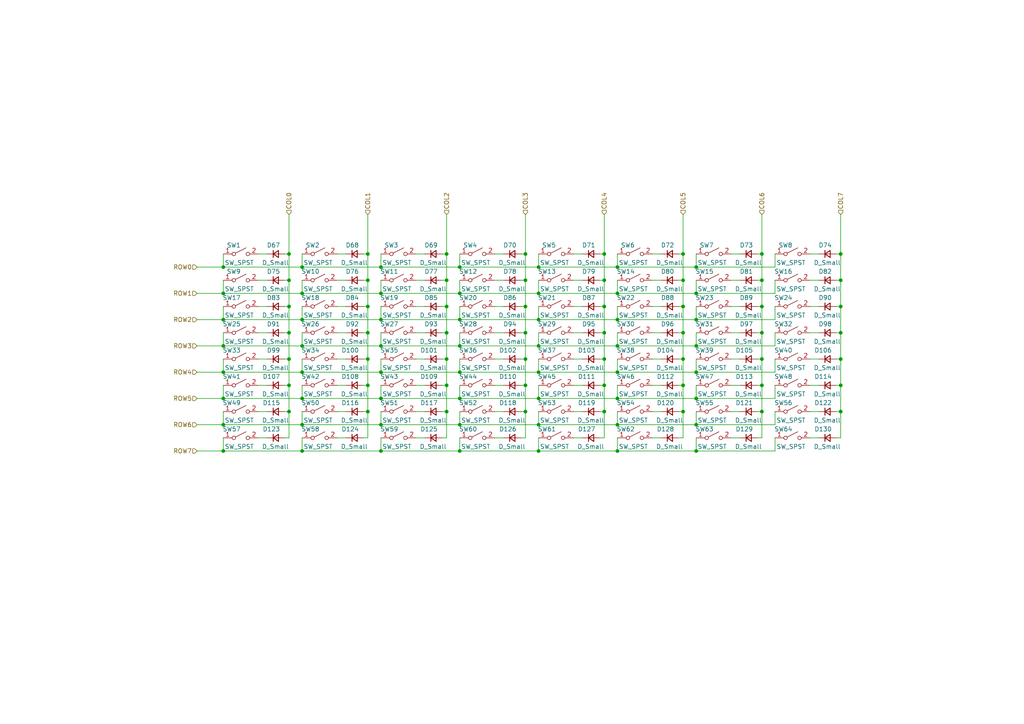
<source format=kicad_sch>
(kicad_sch (version 20211123) (generator eeschema)
  (paper "A4")
  (junction (at 179.07 130.81))
  (junction (at 179.07 100.33))
  (junction (at 220.98 73.66))
  (junction (at 129.54 81.28))
  (junction (at 156.21 92.71))
  (junction (at 243.84 119.38))
  (junction (at 198.12 96.52))
  (junction (at 198.12 88.9))
  (junction (at 201.93 115.57))
  (junction (at 83.82 96.52))
  (junction (at 243.84 104.14))
  (junction (at 220.98 88.9))
  (junction (at 198.12 111.76))
  (junction (at 110.49 77.47))
  (junction (at 220.98 96.52))
  (junction (at 64.77 100.33))
  (junction (at 87.63 92.71))
  (junction (at 198.12 119.38))
  (junction (at 243.84 111.76))
  (junction (at 179.07 107.95))
  (junction (at 175.26 73.66))
  (junction (at 64.77 130.81))
  (junction (at 83.82 104.14))
  (junction (at 106.68 73.66))
  (junction (at 156.21 130.81))
  (junction (at 64.77 85.09))
  (junction (at 133.35 77.47))
  (junction (at 152.4 111.76))
  (junction (at 110.49 123.19))
  (junction (at 152.4 119.38))
  (junction (at 156.21 123.19))
  (junction (at 106.68 111.76))
  (junction (at 220.98 111.76))
  (junction (at 175.26 104.14))
  (junction (at 220.98 81.28))
  (junction (at 110.49 100.33))
  (junction (at 87.63 107.95))
  (junction (at 87.63 115.57))
  (junction (at 83.82 81.28))
  (junction (at 152.4 81.28))
  (junction (at 201.93 92.71))
  (junction (at 83.82 88.9))
  (junction (at 110.49 115.57))
  (junction (at 175.26 111.76))
  (junction (at 156.21 77.47))
  (junction (at 179.07 92.71))
  (junction (at 87.63 85.09))
  (junction (at 110.49 85.09))
  (junction (at 106.68 81.28))
  (junction (at 156.21 100.33))
  (junction (at 64.77 115.57))
  (junction (at 152.4 88.9))
  (junction (at 175.26 81.28))
  (junction (at 175.26 88.9))
  (junction (at 156.21 115.57))
  (junction (at 106.68 119.38))
  (junction (at 175.26 96.52))
  (junction (at 106.68 96.52))
  (junction (at 152.4 73.66))
  (junction (at 133.35 85.09))
  (junction (at 201.93 130.81))
  (junction (at 201.93 100.33))
  (junction (at 106.68 104.14))
  (junction (at 243.84 81.28))
  (junction (at 110.49 92.71))
  (junction (at 133.35 92.71))
  (junction (at 133.35 115.57))
  (junction (at 243.84 96.52))
  (junction (at 133.35 107.95))
  (junction (at 201.93 85.09))
  (junction (at 152.4 104.14))
  (junction (at 220.98 119.38))
  (junction (at 87.63 123.19))
  (junction (at 220.98 104.14))
  (junction (at 64.77 107.95))
  (junction (at 83.82 73.66))
  (junction (at 106.68 88.9))
  (junction (at 133.35 130.81))
  (junction (at 64.77 77.47))
  (junction (at 198.12 73.66))
  (junction (at 156.21 107.95))
  (junction (at 83.82 111.76))
  (junction (at 129.54 96.52))
  (junction (at 87.63 130.81))
  (junction (at 110.49 107.95))
  (junction (at 64.77 92.71))
  (junction (at 201.93 123.19))
  (junction (at 110.49 130.81))
  (junction (at 129.54 73.66))
  (junction (at 179.07 85.09))
  (junction (at 83.82 119.38))
  (junction (at 156.21 85.09))
  (junction (at 198.12 81.28))
  (junction (at 64.77 123.19))
  (junction (at 87.63 77.47))
  (junction (at 179.07 115.57))
  (junction (at 129.54 111.76))
  (junction (at 201.93 107.95))
  (junction (at 129.54 88.9))
  (junction (at 243.84 88.9))
  (junction (at 179.07 123.19))
  (junction (at 243.84 73.66))
  (junction (at 198.12 104.14))
  (junction (at 133.35 100.33))
  (junction (at 129.54 119.38))
  (junction (at 152.4 96.52))
  (junction (at 87.63 100.33))
  (junction (at 133.35 123.19))
  (junction (at 179.07 77.47))
  (junction (at 201.93 77.47))
  (junction (at 175.26 119.38))
  (junction (at 129.54 104.14))
  (wire (pts (xy 173.99 88.9) (xy 175.26 88.9)))
  (wire (pts (xy 224.79 96.52) (xy 224.79 100.33)))
  (wire (pts (xy 243.84 127) (xy 242.57 127)))
  (wire (pts (xy 201.93 85.09) (xy 224.79 85.09)))
  (wire (pts (xy 146.05 111.76) (xy 143.51 111.76)))
  (wire (pts (xy 64.77 127) (xy 64.77 130.81)))
  (wire (pts (xy 133.35 111.76) (xy 133.35 115.57)))
  (wire (pts (xy 64.77 100.33) (xy 87.63 100.33)))
  (wire (pts (xy 151.13 73.66) (xy 152.4 73.66)))
  (wire (pts (xy 57.15 77.47) (xy 64.77 77.47)))
  (wire (pts (xy 201.93 127) (xy 201.93 130.81)))
  (wire (pts (xy 100.33 111.76) (xy 97.79 111.76)))
  (wire (pts (xy 64.77 88.9) (xy 64.77 92.71)))
  (wire (pts (xy 191.77 81.28) (xy 189.23 81.28)))
  (wire (pts (xy 100.33 127) (xy 97.79 127)))
  (wire (pts (xy 129.54 127) (xy 128.27 127)))
  (wire (pts (xy 105.41 96.52) (xy 106.68 96.52)))
  (wire (pts (xy 243.84 104.14) (xy 243.84 111.76)))
  (wire (pts (xy 201.93 107.95) (xy 224.79 107.95)))
  (wire (pts (xy 179.07 111.76) (xy 179.07 115.57)))
  (wire (pts (xy 64.77 115.57) (xy 87.63 115.57)))
  (wire (pts (xy 133.35 85.09) (xy 156.21 85.09)))
  (wire (pts (xy 82.55 96.52) (xy 83.82 96.52)))
  (wire (pts (xy 133.35 100.33) (xy 156.21 100.33)))
  (wire (pts (xy 152.4 96.52) (xy 152.4 104.14)))
  (wire (pts (xy 106.68 88.9) (xy 106.68 96.52)))
  (wire (pts (xy 237.49 119.38) (xy 234.95 119.38)))
  (wire (pts (xy 242.57 73.66) (xy 243.84 73.66)))
  (wire (pts (xy 173.99 96.52) (xy 175.26 96.52)))
  (wire (pts (xy 87.63 88.9) (xy 87.63 92.71)))
  (wire (pts (xy 173.99 104.14) (xy 175.26 104.14)))
  (wire (pts (xy 152.4 81.28) (xy 152.4 88.9)))
  (wire (pts (xy 196.85 104.14) (xy 198.12 104.14)))
  (wire (pts (xy 243.84 111.76) (xy 243.84 119.38)))
  (wire (pts (xy 237.49 73.66) (xy 234.95 73.66)))
  (wire (pts (xy 220.98 104.14) (xy 220.98 111.76)))
  (wire (pts (xy 87.63 100.33) (xy 110.49 100.33)))
  (wire (pts (xy 87.63 73.66) (xy 87.63 77.47)))
  (wire (pts (xy 110.49 107.95) (xy 133.35 107.95)))
  (wire (pts (xy 214.63 119.38) (xy 212.09 119.38)))
  (wire (pts (xy 77.47 127) (xy 74.93 127)))
  (wire (pts (xy 220.98 127) (xy 219.71 127)))
  (wire (pts (xy 201.93 104.14) (xy 201.93 107.95)))
  (wire (pts (xy 87.63 92.71) (xy 110.49 92.71)))
  (wire (pts (xy 64.77 130.81) (xy 87.63 130.81)))
  (wire (pts (xy 151.13 119.38) (xy 152.4 119.38)))
  (wire (pts (xy 179.07 77.47) (xy 201.93 77.47)))
  (wire (pts (xy 243.84 96.52) (xy 243.84 104.14)))
  (wire (pts (xy 156.21 127) (xy 156.21 130.81)))
  (wire (pts (xy 214.63 81.28) (xy 212.09 81.28)))
  (wire (pts (xy 151.13 81.28) (xy 152.4 81.28)))
  (wire (pts (xy 129.54 81.28) (xy 129.54 88.9)))
  (wire (pts (xy 198.12 104.14) (xy 198.12 111.76)))
  (wire (pts (xy 110.49 123.19) (xy 133.35 123.19)))
  (wire (pts (xy 224.79 127) (xy 224.79 130.81)))
  (wire (pts (xy 175.26 111.76) (xy 175.26 119.38)))
  (wire (pts (xy 173.99 73.66) (xy 175.26 73.66)))
  (wire (pts (xy 224.79 88.9) (xy 224.79 92.71)))
  (wire (pts (xy 133.35 107.95) (xy 156.21 107.95)))
  (wire (pts (xy 191.77 88.9) (xy 189.23 88.9)))
  (wire (pts (xy 156.21 115.57) (xy 179.07 115.57)))
  (wire (pts (xy 237.49 104.14) (xy 234.95 104.14)))
  (wire (pts (xy 201.93 111.76) (xy 201.93 115.57)))
  (wire (pts (xy 220.98 119.38) (xy 220.98 127)))
  (wire (pts (xy 242.57 119.38) (xy 243.84 119.38)))
  (wire (pts (xy 110.49 104.14) (xy 110.49 107.95)))
  (wire (pts (xy 146.05 119.38) (xy 143.51 119.38)))
  (wire (pts (xy 123.19 119.38) (xy 120.65 119.38)))
  (wire (pts (xy 146.05 73.66) (xy 143.51 73.66)))
  (wire (pts (xy 156.21 81.28) (xy 156.21 85.09)))
  (wire (pts (xy 82.55 111.76) (xy 83.82 111.76)))
  (wire (pts (xy 237.49 127) (xy 234.95 127)))
  (wire (pts (xy 179.07 127) (xy 179.07 130.81)))
  (wire (pts (xy 87.63 119.38) (xy 87.63 123.19)))
  (wire (pts (xy 220.98 96.52) (xy 220.98 104.14)))
  (wire (pts (xy 198.12 88.9) (xy 198.12 96.52)))
  (wire (pts (xy 128.27 88.9) (xy 129.54 88.9)))
  (wire (pts (xy 173.99 111.76) (xy 175.26 111.76)))
  (wire (pts (xy 110.49 96.52) (xy 110.49 100.33)))
  (wire (pts (xy 133.35 123.19) (xy 156.21 123.19)))
  (wire (pts (xy 82.55 104.14) (xy 83.82 104.14)))
  (wire (pts (xy 242.57 96.52) (xy 243.84 96.52)))
  (wire (pts (xy 110.49 85.09) (xy 133.35 85.09)))
  (wire (pts (xy 156.21 77.47) (xy 179.07 77.47)))
  (wire (pts (xy 133.35 81.28) (xy 133.35 85.09)))
  (wire (pts (xy 214.63 88.9) (xy 212.09 88.9)))
  (wire (pts (xy 133.35 127) (xy 133.35 130.81)))
  (wire (pts (xy 168.91 81.28) (xy 166.37 81.28)))
  (wire (pts (xy 156.21 130.81) (xy 179.07 130.81)))
  (wire (pts (xy 105.41 111.76) (xy 106.68 111.76)))
  (wire (pts (xy 198.12 62.23) (xy 198.12 73.66)))
  (wire (pts (xy 87.63 111.76) (xy 87.63 115.57)))
  (wire (pts (xy 242.57 111.76) (xy 243.84 111.76)))
  (wire (pts (xy 198.12 127) (xy 196.85 127)))
  (wire (pts (xy 198.12 96.52) (xy 198.12 104.14)))
  (wire (pts (xy 242.57 88.9) (xy 243.84 88.9)))
  (wire (pts (xy 168.91 96.52) (xy 166.37 96.52)))
  (wire (pts (xy 82.55 88.9) (xy 83.82 88.9)))
  (wire (pts (xy 105.41 119.38) (xy 106.68 119.38)))
  (wire (pts (xy 201.93 100.33) (xy 224.79 100.33)))
  (wire (pts (xy 106.68 62.23) (xy 106.68 73.66)))
  (wire (pts (xy 133.35 92.71) (xy 156.21 92.71)))
  (wire (pts (xy 243.84 73.66) (xy 243.84 81.28)))
  (wire (pts (xy 105.41 88.9) (xy 106.68 88.9)))
  (wire (pts (xy 83.82 62.23) (xy 83.82 73.66)))
  (wire (pts (xy 191.77 96.52) (xy 189.23 96.52)))
  (wire (pts (xy 243.84 119.38) (xy 243.84 127)))
  (wire (pts (xy 82.55 73.66) (xy 83.82 73.66)))
  (wire (pts (xy 242.57 81.28) (xy 243.84 81.28)))
  (wire (pts (xy 179.07 85.09) (xy 201.93 85.09)))
  (wire (pts (xy 224.79 119.38) (xy 224.79 123.19)))
  (wire (pts (xy 243.84 62.23) (xy 243.84 73.66)))
  (wire (pts (xy 152.4 127) (xy 151.13 127)))
  (wire (pts (xy 179.07 100.33) (xy 201.93 100.33)))
  (wire (pts (xy 64.77 96.52) (xy 64.77 100.33)))
  (wire (pts (xy 123.19 73.66) (xy 120.65 73.66)))
  (wire (pts (xy 110.49 111.76) (xy 110.49 115.57)))
  (wire (pts (xy 175.26 62.23) (xy 175.26 73.66)))
  (wire (pts (xy 57.15 115.57) (xy 64.77 115.57)))
  (wire (pts (xy 156.21 119.38) (xy 156.21 123.19)))
  (wire (pts (xy 156.21 100.33) (xy 179.07 100.33)))
  (wire (pts (xy 100.33 81.28) (xy 97.79 81.28)))
  (wire (pts (xy 220.98 88.9) (xy 220.98 96.52)))
  (wire (pts (xy 179.07 107.95) (xy 201.93 107.95)))
  (wire (pts (xy 105.41 81.28) (xy 106.68 81.28)))
  (wire (pts (xy 106.68 127) (xy 105.41 127)))
  (wire (pts (xy 146.05 127) (xy 143.51 127)))
  (wire (pts (xy 83.82 104.14) (xy 83.82 111.76)))
  (wire (pts (xy 220.98 73.66) (xy 220.98 81.28)))
  (wire (pts (xy 214.63 104.14) (xy 212.09 104.14)))
  (wire (pts (xy 105.41 104.14) (xy 106.68 104.14)))
  (wire (pts (xy 123.19 104.14) (xy 120.65 104.14)))
  (wire (pts (xy 151.13 111.76) (xy 152.4 111.76)))
  (wire (pts (xy 152.4 119.38) (xy 152.4 127)))
  (wire (pts (xy 128.27 81.28) (xy 129.54 81.28)))
  (wire (pts (xy 146.05 88.9) (xy 143.51 88.9)))
  (wire (pts (xy 191.77 111.76) (xy 189.23 111.76)))
  (wire (pts (xy 129.54 96.52) (xy 129.54 104.14)))
  (wire (pts (xy 87.63 85.09) (xy 110.49 85.09)))
  (wire (pts (xy 146.05 81.28) (xy 143.51 81.28)))
  (wire (pts (xy 191.77 104.14) (xy 189.23 104.14)))
  (wire (pts (xy 106.68 111.76) (xy 106.68 119.38)))
  (wire (pts (xy 175.26 104.14) (xy 175.26 111.76)))
  (wire (pts (xy 87.63 77.47) (xy 110.49 77.47)))
  (wire (pts (xy 201.93 81.28) (xy 201.93 85.09)))
  (wire (pts (xy 83.82 119.38) (xy 83.82 127)))
  (wire (pts (xy 243.84 88.9) (xy 243.84 96.52)))
  (wire (pts (xy 168.91 127) (xy 166.37 127)))
  (wire (pts (xy 196.85 88.9) (xy 198.12 88.9)))
  (wire (pts (xy 168.91 104.14) (xy 166.37 104.14)))
  (wire (pts (xy 129.54 73.66) (xy 129.54 81.28)))
  (wire (pts (xy 110.49 92.71) (xy 133.35 92.71)))
  (wire (pts (xy 128.27 104.14) (xy 129.54 104.14)))
  (wire (pts (xy 196.85 81.28) (xy 198.12 81.28)))
  (wire (pts (xy 152.4 62.23) (xy 152.4 73.66)))
  (wire (pts (xy 57.15 92.71) (xy 64.77 92.71)))
  (wire (pts (xy 64.77 123.19) (xy 87.63 123.19)))
  (wire (pts (xy 175.26 119.38) (xy 175.26 127)))
  (wire (pts (xy 214.63 96.52) (xy 212.09 96.52)))
  (wire (pts (xy 129.54 104.14) (xy 129.54 111.76)))
  (wire (pts (xy 156.21 107.95) (xy 179.07 107.95)))
  (wire (pts (xy 146.05 104.14) (xy 143.51 104.14)))
  (wire (pts (xy 220.98 62.23) (xy 220.98 73.66)))
  (wire (pts (xy 179.07 96.52) (xy 179.07 100.33)))
  (wire (pts (xy 179.07 119.38) (xy 179.07 123.19)))
  (wire (pts (xy 128.27 96.52) (xy 129.54 96.52)))
  (wire (pts (xy 168.91 111.76) (xy 166.37 111.76)))
  (wire (pts (xy 219.71 73.66) (xy 220.98 73.66)))
  (wire (pts (xy 146.05 96.52) (xy 143.51 96.52)))
  (wire (pts (xy 87.63 96.52) (xy 87.63 100.33)))
  (wire (pts (xy 152.4 88.9) (xy 152.4 96.52)))
  (wire (pts (xy 219.71 119.38) (xy 220.98 119.38)))
  (wire (pts (xy 57.15 130.81) (xy 64.77 130.81)))
  (wire (pts (xy 179.07 88.9) (xy 179.07 92.71)))
  (wire (pts (xy 105.41 73.66) (xy 106.68 73.66)))
  (wire (pts (xy 100.33 96.52) (xy 97.79 96.52)))
  (wire (pts (xy 191.77 127) (xy 189.23 127)))
  (wire (pts (xy 87.63 81.28) (xy 87.63 85.09)))
  (wire (pts (xy 196.85 119.38) (xy 198.12 119.38)))
  (wire (pts (xy 83.82 81.28) (xy 83.82 88.9)))
  (wire (pts (xy 64.77 85.09) (xy 87.63 85.09)))
  (wire (pts (xy 110.49 77.47) (xy 133.35 77.47)))
  (wire (pts (xy 156.21 96.52) (xy 156.21 100.33)))
  (wire (pts (xy 123.19 88.9) (xy 120.65 88.9)))
  (wire (pts (xy 110.49 127) (xy 110.49 130.81)))
  (wire (pts (xy 87.63 115.57) (xy 110.49 115.57)))
  (wire (pts (xy 100.33 119.38) (xy 97.79 119.38)))
  (wire (pts (xy 106.68 73.66) (xy 106.68 81.28)))
  (wire (pts (xy 156.21 73.66) (xy 156.21 77.47)))
  (wire (pts (xy 133.35 96.52) (xy 133.35 100.33)))
  (wire (pts (xy 201.93 119.38) (xy 201.93 123.19)))
  (wire (pts (xy 128.27 119.38) (xy 129.54 119.38)))
  (wire (pts (xy 219.71 81.28) (xy 220.98 81.28)))
  (wire (pts (xy 77.47 73.66) (xy 74.93 73.66)))
  (wire (pts (xy 214.63 73.66) (xy 212.09 73.66)))
  (wire (pts (xy 110.49 100.33) (xy 133.35 100.33)))
  (wire (pts (xy 242.57 104.14) (xy 243.84 104.14)))
  (wire (pts (xy 237.49 111.76) (xy 234.95 111.76)))
  (wire (pts (xy 201.93 130.81) (xy 224.79 130.81)))
  (wire (pts (xy 110.49 81.28) (xy 110.49 85.09)))
  (wire (pts (xy 219.71 88.9) (xy 220.98 88.9)))
  (wire (pts (xy 77.47 81.28) (xy 74.93 81.28)))
  (wire (pts (xy 224.79 73.66) (xy 224.79 77.47)))
  (wire (pts (xy 87.63 107.95) (xy 110.49 107.95)))
  (wire (pts (xy 129.54 62.23) (xy 129.54 73.66)))
  (wire (pts (xy 64.77 107.95) (xy 87.63 107.95)))
  (wire (pts (xy 106.68 96.52) (xy 106.68 104.14)))
  (wire (pts (xy 82.55 81.28) (xy 83.82 81.28)))
  (wire (pts (xy 198.12 111.76) (xy 198.12 119.38)))
  (wire (pts (xy 156.21 88.9) (xy 156.21 92.71)))
  (wire (pts (xy 83.82 96.52) (xy 83.82 104.14)))
  (wire (pts (xy 198.12 119.38) (xy 198.12 127)))
  (wire (pts (xy 201.93 115.57) (xy 224.79 115.57)))
  (wire (pts (xy 133.35 77.47) (xy 156.21 77.47)))
  (wire (pts (xy 201.93 77.47) (xy 224.79 77.47)))
  (wire (pts (xy 237.49 88.9) (xy 234.95 88.9)))
  (wire (pts (xy 87.63 127) (xy 87.63 130.81)))
  (wire (pts (xy 175.26 127) (xy 173.99 127)))
  (wire (pts (xy 179.07 73.66) (xy 179.07 77.47)))
  (wire (pts (xy 191.77 119.38) (xy 189.23 119.38)))
  (wire (pts (xy 179.07 123.19) (xy 201.93 123.19)))
  (wire (pts (xy 224.79 81.28) (xy 224.79 85.09)))
  (wire (pts (xy 77.47 104.14) (xy 74.93 104.14)))
  (wire (pts (xy 219.71 96.52) (xy 220.98 96.52)))
  (wire (pts (xy 83.82 111.76) (xy 83.82 119.38)))
  (wire (pts (xy 133.35 104.14) (xy 133.35 107.95)))
  (wire (pts (xy 201.93 88.9) (xy 201.93 92.71)))
  (wire (pts (xy 100.33 73.66) (xy 97.79 73.66)))
  (wire (pts (xy 198.12 81.28) (xy 198.12 88.9)))
  (wire (pts (xy 173.99 81.28) (xy 175.26 81.28)))
  (wire (pts (xy 198.12 73.66) (xy 198.12 81.28)))
  (wire (pts (xy 100.33 104.14) (xy 97.79 104.14)))
  (wire (pts (xy 201.93 96.52) (xy 201.93 100.33)))
  (wire (pts (xy 151.13 104.14) (xy 152.4 104.14)))
  (wire (pts (xy 224.79 104.14) (xy 224.79 107.95)))
  (wire (pts (xy 243.84 81.28) (xy 243.84 88.9)))
  (wire (pts (xy 152.4 104.14) (xy 152.4 111.76)))
  (wire (pts (xy 64.77 73.66) (xy 64.77 77.47)))
  (wire (pts (xy 110.49 115.57) (xy 133.35 115.57)))
  (wire (pts (xy 151.13 96.52) (xy 152.4 96.52)))
  (wire (pts (xy 219.71 104.14) (xy 220.98 104.14)))
  (wire (pts (xy 133.35 119.38) (xy 133.35 123.19)))
  (wire (pts (xy 201.93 92.71) (xy 224.79 92.71)))
  (wire (pts (xy 237.49 96.52) (xy 234.95 96.52)))
  (wire (pts (xy 123.19 127) (xy 120.65 127)))
  (wire (pts (xy 175.26 96.52) (xy 175.26 104.14)))
  (wire (pts (xy 129.54 88.9) (xy 129.54 96.52)))
  (wire (pts (xy 201.93 123.19) (xy 224.79 123.19)))
  (wire (pts (xy 168.91 88.9) (xy 166.37 88.9)))
  (wire (pts (xy 156.21 123.19) (xy 179.07 123.19)))
  (wire (pts (xy 110.49 73.66) (xy 110.49 77.47)))
  (wire (pts (xy 152.4 111.76) (xy 152.4 119.38)))
  (wire (pts (xy 110.49 130.81) (xy 133.35 130.81)))
  (wire (pts (xy 123.19 111.76) (xy 120.65 111.76)))
  (wire (pts (xy 106.68 81.28) (xy 106.68 88.9)))
  (wire (pts (xy 83.82 73.66) (xy 83.82 81.28)))
  (wire (pts (xy 196.85 96.52) (xy 198.12 96.52)))
  (wire (pts (xy 82.55 119.38) (xy 83.82 119.38)))
  (wire (pts (xy 77.47 111.76) (xy 74.93 111.76)))
  (wire (pts (xy 168.91 73.66) (xy 166.37 73.66)))
  (wire (pts (xy 156.21 92.71) (xy 179.07 92.71)))
  (wire (pts (xy 87.63 104.14) (xy 87.63 107.95)))
  (wire (pts (xy 175.26 88.9) (xy 175.26 96.52)))
  (wire (pts (xy 57.15 123.19) (xy 64.77 123.19)))
  (wire (pts (xy 196.85 111.76) (xy 198.12 111.76)))
  (wire (pts (xy 83.82 88.9) (xy 83.82 96.52)))
  (wire (pts (xy 77.47 88.9) (xy 74.93 88.9)))
  (wire (pts (xy 57.15 107.95) (xy 64.77 107.95)))
  (wire (pts (xy 214.63 111.76) (xy 212.09 111.76)))
  (wire (pts (xy 129.54 111.76) (xy 129.54 119.38)))
  (wire (pts (xy 64.77 104.14) (xy 64.77 107.95)))
  (wire (pts (xy 57.15 85.09) (xy 64.77 85.09)))
  (wire (pts (xy 175.26 81.28) (xy 175.26 88.9)))
  (wire (pts (xy 77.47 119.38) (xy 74.93 119.38)))
  (wire (pts (xy 100.33 88.9) (xy 97.79 88.9)))
  (wire (pts (xy 87.63 130.81) (xy 110.49 130.81)))
  (wire (pts (xy 156.21 85.09) (xy 179.07 85.09)))
  (wire (pts (xy 123.19 81.28) (xy 120.65 81.28)))
  (wire (pts (xy 175.26 73.66) (xy 175.26 81.28)))
  (wire (pts (xy 123.19 96.52) (xy 120.65 96.52)))
  (wire (pts (xy 128.27 73.66) (xy 129.54 73.66)))
  (wire (pts (xy 179.07 104.14) (xy 179.07 107.95)))
  (wire (pts (xy 196.85 73.66) (xy 198.12 73.66)))
  (wire (pts (xy 214.63 127) (xy 212.09 127)))
  (wire (pts (xy 201.93 73.66) (xy 201.93 77.47)))
  (wire (pts (xy 179.07 115.57) (xy 201.93 115.57)))
  (wire (pts (xy 110.49 119.38) (xy 110.49 123.19)))
  (wire (pts (xy 64.77 92.71) (xy 87.63 92.71)))
  (wire (pts (xy 133.35 88.9) (xy 133.35 92.71)))
  (wire (pts (xy 224.79 111.76) (xy 224.79 115.57)))
  (wire (pts (xy 179.07 81.28) (xy 179.07 85.09)))
  (wire (pts (xy 168.91 119.38) (xy 166.37 119.38)))
  (wire (pts (xy 151.13 88.9) (xy 152.4 88.9)))
  (wire (pts (xy 179.07 130.81) (xy 201.93 130.81)))
  (wire (pts (xy 64.77 77.47) (xy 87.63 77.47)))
  (wire (pts (xy 110.49 88.9) (xy 110.49 92.71)))
  (wire (pts (xy 179.07 92.71) (xy 201.93 92.71)))
  (wire (pts (xy 129.54 119.38) (xy 129.54 127)))
  (wire (pts (xy 77.47 96.52) (xy 74.93 96.52)))
  (wire (pts (xy 133.35 73.66) (xy 133.35 77.47)))
  (wire (pts (xy 156.21 111.76) (xy 156.21 115.57)))
  (wire (pts (xy 64.77 111.76) (xy 64.77 115.57)))
  (wire (pts (xy 133.35 130.81) (xy 156.21 130.81)))
  (wire (pts (xy 133.35 115.57) (xy 156.21 115.57)))
  (wire (pts (xy 156.21 104.14) (xy 156.21 107.95)))
  (wire (pts (xy 64.77 81.28) (xy 64.77 85.09)))
  (wire (pts (xy 220.98 111.76) (xy 220.98 119.38)))
  (wire (pts (xy 106.68 104.14) (xy 106.68 111.76)))
  (wire (pts (xy 219.71 111.76) (xy 220.98 111.76)))
  (wire (pts (xy 220.98 81.28) (xy 220.98 88.9)))
  (wire (pts (xy 237.49 81.28) (xy 234.95 81.28)))
  (wire (pts (xy 106.68 119.38) (xy 106.68 127)))
  (wire (pts (xy 173.99 119.38) (xy 175.26 119.38)))
  (wire (pts (xy 57.15 100.33) (xy 64.77 100.33)))
  (wire (pts (xy 191.77 73.66) (xy 189.23 73.66)))
  (wire (pts (xy 83.82 127) (xy 82.55 127)))
  (wire (pts (xy 87.63 123.19) (xy 110.49 123.19)))
  (wire (pts (xy 152.4 73.66) (xy 152.4 81.28)))
  (wire (pts (xy 128.27 111.76) (xy 129.54 111.76)))
  (wire (pts (xy 64.77 119.38) (xy 64.77 123.19)))
  (hierarchical_label "COL0" (shape input) (at 83.82 62.23 90))
  (hierarchical_label "COL5" (shape input) (at 198.12 62.23 90))
  (hierarchical_label "COL2" (shape input) (at 129.54 62.23 90))
  (hierarchical_label "COL7" (shape input) (at 243.84 62.23 90))
  (hierarchical_label "ROW4" (shape input) (at 57.15 107.95 180))
  (hierarchical_label "ROW3" (shape input) (at 57.15 100.33 180))
  (hierarchical_label "ROW0" (shape input) (at 57.15 77.47 180))
  (hierarchical_label "ROW5" (shape input) (at 57.15 115.57 180))
  (hierarchical_label "COL3" (shape input) (at 152.4 62.23 90))
  (hierarchical_label "COL6" (shape input) (at 220.98 62.23 90))
  (hierarchical_label "ROW2" (shape input) (at 57.15 92.71 180))
  (hierarchical_label "ROW6" (shape input) (at 57.15 123.19 180))
  (hierarchical_label "ROW7" (shape input) (at 57.15 130.81 180))
  (hierarchical_label "COL1" (shape input) (at 106.68 62.23 90))
  (hierarchical_label "COL4" (shape input) (at 175.26 62.23 90))
  (hierarchical_label "ROW1" (shape input) (at 57.15 85.09 180))
  (symbol (lib_id "Device:D_Small") (at 148.59 73.66 0) (unit 1)
    (property "Reference" "D70" (at 149.86 71.12 0) (effects (justify right)))
    (property "Value" "D_Small" (at 152.4 76.2 0) (effects (justify right)))
    (property "Footprint" "Diode_SMD:D_SOD-323" (effects hide))
  )
  (symbol (lib_id "Device:D_Small") (at 102.87 96.52 0) (unit 1)
    (property "Reference" "D92" (at 104.14 93.98 0) (effects (justify right)))
    (property "Value" "D_Small" (at 106.68 99.06 0) (effects (justify right)))
    (property "Footprint" "Diode_SMD:D_SOD-323" (effects hide))
  )
  (symbol (lib_id "Device:D_Small") (at 102.87 73.66 0) (unit 1)
    (property "Reference" "D68" (at 104.14 71.12 0) (effects (justify right)))
    (property "Value" "D_Small" (at 106.68 76.2 0) (effects (justify right)))
    (property "Footprint" "Diode_SMD:D_SOD-323" (effects hide))
  )
  (symbol (lib_id "Device:D_Small") (at 194.31 127 0) (unit 1)
    (property "Reference" "D128" (at 195.58 124.46 0) (effects (justify right)))
    (property "Value" "D_Small" (at 198.12 129.54 0) (effects (justify right)))
    (property "Footprint" "Diode_SMD:D_SOD-323" (effects hide))
  )
  (symbol (lib_id "Switch:SW_SPST") (at 229.87 119.38 0) (unit 1)
    (property "Reference" "SW56" (at 229.87 116.84 0) (effects (justify right)))
    (property "Value" "SW_SPST" (at 233.68 121.92 0) (effects (justify right)))
    (property "Footprint" "Adafruit_4x4_Elastomer:MICROBUILDER_ELAST_PAD_SQUARE_10MM_4X4WIDE" (effects hide))
  )
  (symbol (lib_id "Device:D_Small") (at 102.87 81.28 0) (unit 1)
    (property "Reference" "D76" (at 104.14 78.74 0) (effects (justify right)))
    (property "Value" "D_Small" (at 106.68 83.82 0) (effects (justify right)))
    (property "Footprint" "Diode_SMD:D_SOD-323" (effects hide))
  )
  (symbol (lib_id "Device:D_Small") (at 125.73 119.38 0) (unit 1)
    (property "Reference" "D117" (at 127 116.84 0) (effects (justify right)))
    (property "Value" "D_Small" (at 129.54 121.92 0) (effects (justify right)))
    (property "Footprint" "Diode_SMD:D_SOD-323" (effects hide))
  )
  (symbol (lib_id "Switch:SW_SPST") (at 138.43 111.76 0) (unit 1)
    (property "Reference" "SW44" (at 138.43 109.22 0) (effects (justify right)))
    (property "Value" "SW_SPST" (at 142.24 114.3 0) (effects (justify right)))
    (property "Footprint" "Adafruit_4x4_Elastomer:MICROBUILDER_ELAST_PAD_SQUARE_10MM_4X4WIDE" (effects hide))
  )
  (symbol (lib_id "Switch:SW_SPST") (at 207.01 96.52 0) (unit 1)
    (property "Reference" "SW31" (at 207.01 93.98 0) (effects (justify right)))
    (property "Value" "SW_SPST" (at 210.82 99.06 0) (effects (justify right)))
    (property "Footprint" "Adafruit_4x4_Elastomer:MICROBUILDER_ELAST_PAD_SQUARE_10MM_4X4WIDE" (effects hide))
  )
  (symbol (lib_id "Switch:SW_SPST") (at 115.57 127 0) (unit 1)
    (property "Reference" "SW59" (at 115.57 124.46 0) (effects (justify right)))
    (property "Value" "SW_SPST" (at 119.38 129.54 0) (effects (justify right)))
    (property "Footprint" "Adafruit_4x4_Elastomer:MICROBUILDER_ELAST_PAD_SQUARE_10MM_4X4WIDE" (effects hide))
  )
  (symbol (lib_id "Device:D_Small") (at 125.73 88.9 0) (unit 1)
    (property "Reference" "D85" (at 127 86.36 0) (effects (justify right)))
    (property "Value" "D_Small" (at 129.54 91.44 0) (effects (justify right)))
    (property "Footprint" "Diode_SMD:D_SOD-323" (effects hide))
  )
  (symbol (lib_id "Device:D_Small") (at 171.45 104.14 0) (unit 1)
    (property "Reference" "D103" (at 172.72 101.6 0) (effects (justify right)))
    (property "Value" "D_Small" (at 175.26 106.68 0) (effects (justify right)))
    (property "Footprint" "Diode_SMD:D_SOD-323" (effects hide))
  )
  (symbol (lib_id "Switch:SW_SPST") (at 69.85 119.38 0) (unit 1)
    (property "Reference" "SW49" (at 69.85 116.84 0) (effects (justify right)))
    (property "Value" "SW_SPST" (at 73.66 121.92 0) (effects (justify right)))
    (property "Footprint" "Adafruit_4x4_Elastomer:MICROBUILDER_ELAST_PAD_SQUARE_10MM_4X4WIDE" (effects hide))
  )
  (symbol (lib_id "Device:D_Small") (at 125.73 73.66 0) (unit 1)
    (property "Reference" "D69" (at 127 71.12 0) (effects (justify right)))
    (property "Value" "D_Small" (at 129.54 76.2 0) (effects (justify right)))
    (property "Footprint" "Diode_SMD:D_SOD-323" (effects hide))
  )
  (symbol (lib_id "Switch:SW_SPST") (at 207.01 119.38 0) (unit 1)
    (property "Reference" "SW55" (at 207.01 116.84 0) (effects (justify right)))
    (property "Value" "SW_SPST" (at 210.82 121.92 0) (effects (justify right)))
    (property "Footprint" "Adafruit_4x4_Elastomer:MICROBUILDER_ELAST_PAD_SQUARE_10MM_4X4WIDE" (effects hide))
  )
  (symbol (lib_id "Device:D_Small") (at 171.45 88.9 0) (unit 1)
    (property "Reference" "D87" (at 172.72 86.36 0) (effects (justify right)))
    (property "Value" "D_Small" (at 175.26 91.44 0) (effects (justify right)))
    (property "Footprint" "Diode_SMD:D_SOD-323" (effects hide))
  )
  (symbol (lib_id "Device:D_Small") (at 194.31 111.76 0) (unit 1)
    (property "Reference" "D112" (at 195.58 109.22 0) (effects (justify right)))
    (property "Value" "D_Small" (at 198.12 114.3 0) (effects (justify right)))
    (property "Footprint" "Diode_SMD:D_SOD-323" (effects hide))
  )
  (symbol (lib_id "Device:D_Small") (at 194.31 73.66 0) (unit 1)
    (property "Reference" "D72" (at 195.58 71.12 0) (effects (justify right)))
    (property "Value" "D_Small" (at 198.12 76.2 0) (effects (justify right)))
    (property "Footprint" "Diode_SMD:D_SOD-323" (effects hide))
  )
  (symbol (lib_id "Device:D_Small") (at 217.17 73.66 0) (unit 1)
    (property "Reference" "D73" (at 218.44 71.12 0) (effects (justify right)))
    (property "Value" "D_Small" (at 220.98 76.2 0) (effects (justify right)))
    (property "Footprint" "Diode_SMD:D_SOD-323" (effects hide))
  )
  (symbol (lib_id "Device:D_Small") (at 240.03 127 0) (unit 1)
    (property "Reference" "D130" (at 241.3 124.46 0) (effects (justify right)))
    (property "Value" "D_Small" (at 243.84 129.54 0) (effects (justify right)))
    (property "Footprint" "Diode_SMD:D_SOD-323" (effects hide))
  )
  (symbol (lib_id "Device:D_Small") (at 171.45 96.52 0) (unit 1)
    (property "Reference" "D95" (at 172.72 93.98 0) (effects (justify right)))
    (property "Value" "D_Small" (at 175.26 99.06 0) (effects (justify right)))
    (property "Footprint" "Diode_SMD:D_SOD-323" (effects hide))
  )
  (symbol (lib_id "Device:D_Small") (at 148.59 119.38 0) (unit 1)
    (property "Reference" "D118" (at 149.86 116.84 0) (effects (justify right)))
    (property "Value" "D_Small" (at 152.4 121.92 0) (effects (justify right)))
    (property "Footprint" "Diode_SMD:D_SOD-323" (effects hide))
  )
  (symbol (lib_id "Switch:SW_SPST") (at 184.15 127 0) (unit 1)
    (property "Reference" "SW62" (at 184.15 124.46 0) (effects (justify right)))
    (property "Value" "SW_SPST" (at 187.96 129.54 0) (effects (justify right)))
    (property "Footprint" "Adafruit_4x4_Elastomer:MICROBUILDER_ELAST_PAD_SQUARE_10MM_4X4WIDE" (effects hide))
  )
  (symbol (lib_id "Switch:SW_SPST") (at 184.15 104.14 0) (unit 1)
    (property "Reference" "SW38" (at 184.15 101.6 0) (effects (justify right)))
    (property "Value" "SW_SPST" (at 187.96 106.68 0) (effects (justify right)))
    (property "Footprint" "Adafruit_4x4_Elastomer:MICROBUILDER_ELAST_PAD_SQUARE_10MM_4X4WIDE" (effects hide))
  )
  (symbol (lib_id "Switch:SW_SPST") (at 115.57 104.14 0) (unit 1)
    (property "Reference" "SW35" (at 115.57 101.6 0) (effects (justify right)))
    (property "Value" "SW_SPST" (at 119.38 106.68 0) (effects (justify right)))
    (property "Footprint" "Adafruit_4x4_Elastomer:MICROBUILDER_ELAST_PAD_SQUARE_10MM_4X4WIDE" (effects hide))
  )
  (symbol (lib_id "Device:D_Small") (at 240.03 96.52 0) (unit 1)
    (property "Reference" "D98" (at 241.3 93.98 0) (effects (justify right)))
    (property "Value" "D_Small" (at 243.84 99.06 0) (effects (justify right)))
    (property "Footprint" "Diode_SMD:D_SOD-323" (effects hide))
  )
  (symbol (lib_id "Switch:SW_SPST") (at 184.15 119.38 0) (unit 1)
    (property "Reference" "SW54" (at 184.15 116.84 0) (effects (justify right)))
    (property "Value" "SW_SPST" (at 187.96 121.92 0) (effects (justify right)))
    (property "Footprint" "Adafruit_4x4_Elastomer:MICROBUILDER_ELAST_PAD_SQUARE_10MM_4X4WIDE" (effects hide))
  )
  (symbol (lib_id "Switch:SW_SPST") (at 184.15 111.76 0) (unit 1)
    (property "Reference" "SW46" (at 184.15 109.22 0) (effects (justify right)))
    (property "Value" "SW_SPST" (at 187.96 114.3 0) (effects (justify right)))
    (property "Footprint" "Adafruit_4x4_Elastomer:MICROBUILDER_ELAST_PAD_SQUARE_10MM_4X4WIDE" (effects hide))
  )
  (symbol (lib_id "Switch:SW_SPST") (at 69.85 96.52 0) (unit 1)
    (property "Reference" "SW25" (at 69.85 93.98 0) (effects (justify right)))
    (property "Value" "SW_SPST" (at 73.66 99.06 0) (effects (justify right)))
    (property "Footprint" "Adafruit_4x4_Elastomer:MICROBUILDER_ELAST_PAD_SQUARE_10MM_4X4WIDE" (effects hide))
  )
  (symbol (lib_id "Switch:SW_SPST") (at 207.01 81.28 0) (unit 1)
    (property "Reference" "SW15" (at 207.01 78.74 0) (effects (justify right)))
    (property "Value" "SW_SPST" (at 210.82 83.82 0) (effects (justify right)))
    (property "Footprint" "Adafruit_4x4_Elastomer:MICROBUILDER_ELAST_PAD_SQUARE_10MM_4X4WIDE" (effects hide))
  )
  (symbol (lib_id "Switch:SW_SPST") (at 161.29 96.52 0) (unit 1)
    (property "Reference" "SW29" (at 161.29 93.98 0) (effects (justify right)))
    (property "Value" "SW_SPST" (at 165.1 99.06 0) (effects (justify right)))
    (property "Footprint" "Adafruit_4x4_Elastomer:MICROBUILDER_ELAST_PAD_SQUARE_10MM_4X4WIDE" (effects hide))
  )
  (symbol (lib_id "Switch:SW_SPST") (at 92.71 104.14 0) (unit 1)
    (property "Reference" "SW34" (at 92.71 101.6 0) (effects (justify right)))
    (property "Value" "SW_SPST" (at 96.52 106.68 0) (effects (justify right)))
    (property "Footprint" "Adafruit_4x4_Elastomer:MICROBUILDER_ELAST_PAD_SQUARE_10MM_4X4WIDE" (effects hide))
  )
  (symbol (lib_id "Switch:SW_SPST") (at 69.85 127 0) (unit 1)
    (property "Reference" "SW57" (at 69.85 124.46 0) (effects (justify right)))
    (property "Value" "SW_SPST" (at 73.66 129.54 0) (effects (justify right)))
    (property "Footprint" "Adafruit_4x4_Elastomer:MICROBUILDER_ELAST_PAD_SQUARE_10MM_4X4WIDE" (effects hide))
  )
  (symbol (lib_id "Device:D_Small") (at 80.01 81.28 0) (unit 1)
    (property "Reference" "D75" (at 81.28 78.74 0) (effects (justify right)))
    (property "Value" "D_Small" (at 83.82 83.82 0) (effects (justify right)))
    (property "Footprint" "Diode_SMD:D_SOD-323" (effects hide))
  )
  (symbol (lib_id "Device:D_Small") (at 80.01 119.38 0) (unit 1)
    (property "Reference" "D115" (at 81.28 116.84 0) (effects (justify right)))
    (property "Value" "D_Small" (at 83.82 121.92 0) (effects (justify right)))
    (property "Footprint" "Diode_SMD:D_SOD-323" (effects hide))
  )
  (symbol (lib_id "Switch:SW_SPST") (at 138.43 96.52 0) (unit 1)
    (property "Reference" "SW28" (at 138.43 93.98 0) (effects (justify right)))
    (property "Value" "SW_SPST" (at 142.24 99.06 0) (effects (justify right)))
    (property "Footprint" "Adafruit_4x4_Elastomer:MICROBUILDER_ELAST_PAD_SQUARE_10MM_4X4WIDE" (effects hide))
  )
  (symbol (lib_id "Switch:SW_SPST") (at 229.87 104.14 0) (unit 1)
    (property "Reference" "SW40" (at 229.87 101.6 0) (effects (justify right)))
    (property "Value" "SW_SPST" (at 233.68 106.68 0) (effects (justify right)))
    (property "Footprint" "Adafruit_4x4_Elastomer:MICROBUILDER_ELAST_PAD_SQUARE_10MM_4X4WIDE" (effects hide))
  )
  (symbol (lib_id "Switch:SW_SPST") (at 207.01 73.66 0) (unit 1)
    (property "Reference" "SW7" (at 207.01 71.12 0) (effects (justify right)))
    (property "Value" "SW_SPST" (at 210.82 76.2 0) (effects (justify right)))
    (property "Footprint" "Adafruit_4x4_Elastomer:MICROBUILDER_ELAST_PAD_SQUARE_10MM_4X4WIDE" (effects hide))
  )
  (symbol (lib_id "Device:D_Small") (at 217.17 111.76 0) (unit 1)
    (property "Reference" "D113" (at 218.44 109.22 0) (effects (justify right)))
    (property "Value" "D_Small" (at 220.98 114.3 0) (effects (justify right)))
    (property "Footprint" "Diode_SMD:D_SOD-323" (effects hide))
  )
  (symbol (lib_id "Device:D_Small") (at 194.31 88.9 0) (unit 1)
    (property "Reference" "D88" (at 195.58 86.36 0) (effects (justify right)))
    (property "Value" "D_Small" (at 198.12 91.44 0) (effects (justify right)))
    (property "Footprint" "Diode_SMD:D_SOD-323" (effects hide))
  )
  (symbol (lib_id "Switch:SW_SPST") (at 161.29 73.66 0) (unit 1)
    (property "Reference" "SW5" (at 161.29 71.12 0) (effects (justify right)))
    (property "Value" "SW_SPST" (at 165.1 76.2 0) (effects (justify right)))
    (property "Footprint" "Adafruit_4x4_Elastomer:MICROBUILDER_ELAST_PAD_SQUARE_10MM_4X4WIDE" (effects hide))
  )
  (symbol (lib_id "Switch:SW_SPST") (at 92.71 119.38 0) (unit 1)
    (property "Reference" "SW50" (at 92.71 116.84 0) (effects (justify right)))
    (property "Value" "SW_SPST" (at 96.52 121.92 0) (effects (justify right)))
    (property "Footprint" "Adafruit_4x4_Elastomer:MICROBUILDER_ELAST_PAD_SQUARE_10MM_4X4WIDE" (effects hide))
  )
  (symbol (lib_id "Device:D_Small") (at 102.87 127 0) (unit 1)
    (property "Reference" "D124" (at 104.14 124.46 0) (effects (justify right)))
    (property "Value" "D_Small" (at 106.68 129.54 0) (effects (justify right)))
    (property "Footprint" "Diode_SMD:D_SOD-323" (effects hide))
  )
  (symbol (lib_id "Switch:SW_SPST") (at 92.71 127 0) (unit 1)
    (property "Reference" "SW58" (at 92.71 124.46 0) (effects (justify right)))
    (property "Value" "SW_SPST" (at 96.52 129.54 0) (effects (justify right)))
    (property "Footprint" "Adafruit_4x4_Elastomer:MICROBUILDER_ELAST_PAD_SQUARE_10MM_4X4WIDE" (effects hide))
  )
  (symbol (lib_id "Device:D_Small") (at 80.01 104.14 0) (unit 1)
    (property "Reference" "D99" (at 81.28 101.6 0) (effects (justify right)))
    (property "Value" "D_Small" (at 83.82 106.68 0) (effects (justify right)))
    (property "Footprint" "Diode_SMD:D_SOD-323" (effects hide))
  )
  (symbol (lib_id "Switch:SW_SPST") (at 69.85 104.14 0) (unit 1)
    (property "Reference" "SW33" (at 69.85 101.6 0) (effects (justify right)))
    (property "Value" "SW_SPST" (at 73.66 106.68 0) (effects (justify right)))
    (property "Footprint" "Adafruit_4x4_Elastomer:MICROBUILDER_ELAST_PAD_SQUARE_10MM_4X4WIDE" (effects hide))
  )
  (symbol (lib_id "Switch:SW_SPST") (at 161.29 104.14 0) (unit 1)
    (property "Reference" "SW37" (at 161.29 101.6 0) (effects (justify right)))
    (property "Value" "SW_SPST" (at 165.1 106.68 0) (effects (justify right)))
    (property "Footprint" "Adafruit_4x4_Elastomer:MICROBUILDER_ELAST_PAD_SQUARE_10MM_4X4WIDE" (effects hide))
  )
  (symbol (lib_id "Switch:SW_SPST") (at 161.29 127 0) (unit 1)
    (property "Reference" "SW61" (at 161.29 124.46 0) (effects (justify right)))
    (property "Value" "SW_SPST" (at 165.1 129.54 0) (effects (justify right)))
    (property "Footprint" "Adafruit_4x4_Elastomer:MICROBUILDER_ELAST_PAD_SQUARE_10MM_4X4WIDE" (effects hide))
  )
  (symbol (lib_id "Device:D_Small") (at 194.31 81.28 0) (unit 1)
    (property "Reference" "D80" (at 195.58 78.74 0) (effects (justify right)))
    (property "Value" "D_Small" (at 198.12 83.82 0) (effects (justify right)))
    (property "Footprint" "Diode_SMD:D_SOD-323" (effects hide))
  )
  (symbol (lib_id "Device:D_Small") (at 148.59 88.9 0) (unit 1)
    (property "Reference" "D86" (at 149.86 86.36 0) (effects (justify right)))
    (property "Value" "D_Small" (at 152.4 91.44 0) (effects (justify right)))
    (property "Footprint" "Diode_SMD:D_SOD-323" (effects hide))
  )
  (symbol (lib_id "Device:D_Small") (at 148.59 127 0) (unit 1)
    (property "Reference" "D126" (at 149.86 124.46 0) (effects (justify right)))
    (property "Value" "D_Small" (at 152.4 129.54 0) (effects (justify right)))
    (property "Footprint" "Diode_SMD:D_SOD-323" (effects hide))
  )
  (symbol (lib_id "Device:D_Small") (at 217.17 96.52 0) (unit 1)
    (property "Reference" "D97" (at 218.44 93.98 0) (effects (justify right)))
    (property "Value" "D_Small" (at 220.98 99.06 0) (effects (justify right)))
    (property "Footprint" "Diode_SMD:D_SOD-323" (effects hide))
  )
  (symbol (lib_id "Switch:SW_SPST") (at 207.01 88.9 0) (unit 1)
    (property "Reference" "SW23" (at 207.01 86.36 0) (effects (justify right)))
    (property "Value" "SW_SPST" (at 210.82 91.44 0) (effects (justify right)))
    (property "Footprint" "Adafruit_4x4_Elastomer:MICROBUILDER_ELAST_PAD_SQUARE_10MM_4X4WIDE" (effects hide))
  )
  (symbol (lib_id "Device:D_Small") (at 80.01 111.76 0) (unit 1)
    (property "Reference" "D107" (at 81.28 109.22 0) (effects (justify right)))
    (property "Value" "D_Small" (at 83.82 114.3 0) (effects (justify right)))
    (property "Footprint" "Diode_SMD:D_SOD-323" (effects hide))
  )
  (symbol (lib_id "Device:D_Small") (at 217.17 127 0) (unit 1)
    (property "Reference" "D129" (at 218.44 124.46 0) (effects (justify right)))
    (property "Value" "D_Small" (at 220.98 129.54 0) (effects (justify right)))
    (property "Footprint" "Diode_SMD:D_SOD-323" (effects hide))
  )
  (symbol (lib_id "Device:D_Small") (at 240.03 119.38 0) (unit 1)
    (property "Reference" "D122" (at 241.3 116.84 0) (effects (justify right)))
    (property "Value" "D_Small" (at 243.84 121.92 0) (effects (justify right)))
    (property "Footprint" "Diode_SMD:D_SOD-323" (effects hide))
  )
  (symbol (lib_id "Device:D_Small") (at 102.87 104.14 0) (unit 1)
    (property "Reference" "D100" (at 104.14 101.6 0) (effects (justify right)))
    (property "Value" "D_Small" (at 106.68 106.68 0) (effects (justify right)))
    (property "Footprint" "Diode_SMD:D_SOD-323" (effects hide))
  )
  (symbol (lib_id "Device:D_Small") (at 125.73 96.52 0) (unit 1)
    (property "Reference" "D93" (at 127 93.98 0) (effects (justify right)))
    (property "Value" "D_Small" (at 129.54 99.06 0) (effects (justify right)))
    (property "Footprint" "Diode_SMD:D_SOD-323" (effects hide))
  )
  (symbol (lib_id "Device:D_Small") (at 171.45 111.76 0) (unit 1)
    (property "Reference" "D111" (at 172.72 109.22 0) (effects (justify right)))
    (property "Value" "D_Small" (at 175.26 114.3 0) (effects (justify right)))
    (property "Footprint" "Diode_SMD:D_SOD-323" (effects hide))
  )
  (symbol (lib_id "Device:D_Small") (at 240.03 111.76 0) (unit 1)
    (property "Reference" "D114" (at 241.3 109.22 0) (effects (justify right)))
    (property "Value" "D_Small" (at 243.84 114.3 0) (effects (justify right)))
    (property "Footprint" "Diode_SMD:D_SOD-323" (effects hide))
  )
  (symbol (lib_id "Device:D_Small") (at 217.17 88.9 0) (unit 1)
    (property "Reference" "D89" (at 218.44 86.36 0) (effects (justify right)))
    (property "Value" "D_Small" (at 220.98 91.44 0) (effects (justify right)))
    (property "Footprint" "Diode_SMD:D_SOD-323" (effects hide))
  )
  (symbol (lib_id "Switch:SW_SPST") (at 138.43 127 0) (unit 1)
    (property "Reference" "SW60" (at 138.43 124.46 0) (effects (justify right)))
    (property "Value" "SW_SPST" (at 142.24 129.54 0) (effects (justify right)))
    (property "Footprint" "Adafruit_4x4_Elastomer:MICROBUILDER_ELAST_PAD_SQUARE_10MM_4X4WIDE" (effects hide))
  )
  (symbol (lib_id "Switch:SW_SPST") (at 92.71 88.9 0) (unit 1)
    (property "Reference" "SW18" (at 92.71 86.36 0) (effects (justify right)))
    (property "Value" "SW_SPST" (at 96.52 91.44 0) (effects (justify right)))
    (property "Footprint" "Adafruit_4x4_Elastomer:MICROBUILDER_ELAST_PAD_SQUARE_10MM_4X4WIDE" (effects hide))
  )
  (symbol (lib_id "Device:D_Small") (at 80.01 73.66 0) (unit 1)
    (property "Reference" "D67" (at 81.28 71.12 0) (effects (justify right)))
    (property "Value" "D_Small" (at 83.82 76.2 0) (effects (justify right)))
    (property "Footprint" "Diode_SMD:D_SOD-323" (effects hide))
  )
  (symbol (lib_id "Switch:SW_SPST") (at 115.57 88.9 0) (unit 1)
    (property "Reference" "SW19" (at 115.57 86.36 0) (effects (justify right)))
    (property "Value" "SW_SPST" (at 119.38 91.44 0) (effects (justify right)))
    (property "Footprint" "Adafruit_4x4_Elastomer:MICROBUILDER_ELAST_PAD_SQUARE_10MM_4X4WIDE" (effects hide))
  )
  (symbol (lib_id "Switch:SW_SPST") (at 184.15 88.9 0) (unit 1)
    (property "Reference" "SW22" (at 184.15 86.36 0) (effects (justify right)))
    (property "Value" "SW_SPST" (at 187.96 91.44 0) (effects (justify right)))
    (property "Footprint" "Adafruit_4x4_Elastomer:MICROBUILDER_ELAST_PAD_SQUARE_10MM_4X4WIDE" (effects hide))
  )
  (symbol (lib_id "Device:D_Small") (at 194.31 104.14 0) (unit 1)
    (property "Reference" "D104" (at 195.58 101.6 0) (effects (justify right)))
    (property "Value" "D_Small" (at 198.12 106.68 0) (effects (justify right)))
    (property "Footprint" "Diode_SMD:D_SOD-323" (effects hide))
  )
  (symbol (lib_id "Device:D_Small") (at 194.31 96.52 0) (unit 1)
    (property "Reference" "D96" (at 195.58 93.98 0) (effects (justify right)))
    (property "Value" "D_Small" (at 198.12 99.06 0) (effects (justify right)))
    (property "Footprint" "Diode_SMD:D_SOD-323" (effects hide))
  )
  (symbol (lib_id "Device:D_Small") (at 217.17 119.38 0) (unit 1)
    (property "Reference" "D121" (at 218.44 116.84 0) (effects (justify right)))
    (property "Value" "D_Small" (at 220.98 121.92 0) (effects (justify right)))
    (property "Footprint" "Diode_SMD:D_SOD-323" (effects hide))
  )
  (symbol (lib_id "Switch:SW_SPST") (at 184.15 73.66 0) (unit 1)
    (property "Reference" "SW6" (at 184.15 71.12 0) (effects (justify right)))
    (property "Value" "SW_SPST" (at 187.96 76.2 0) (effects (justify right)))
    (property "Footprint" "Adafruit_4x4_Elastomer:MICROBUILDER_ELAST_PAD_SQUARE_10MM_4X4WIDE" (effects hide))
  )
  (symbol (lib_id "Device:D_Small") (at 240.03 81.28 0) (unit 1)
    (property "Reference" "D82" (at 241.3 78.74 0) (effects (justify right)))
    (property "Value" "D_Small" (at 243.84 83.82 0) (effects (justify right)))
    (property "Footprint" "Diode_SMD:D_SOD-323" (effects hide))
  )
  (symbol (lib_id "Switch:SW_SPST") (at 92.71 111.76 0) (unit 1)
    (property "Reference" "SW42" (at 92.71 109.22 0) (effects (justify right)))
    (property "Value" "SW_SPST" (at 96.52 114.3 0) (effects (justify right)))
    (property "Footprint" "Adafruit_4x4_Elastomer:MICROBUILDER_ELAST_PAD_SQUARE_10MM_4X4WIDE" (effects hide))
  )
  (symbol (lib_id "Switch:SW_SPST") (at 184.15 81.28 0) (unit 1)
    (property "Reference" "SW14" (at 184.15 78.74 0) (effects (justify right)))
    (property "Value" "SW_SPST" (at 187.96 83.82 0) (effects (justify right)))
    (property "Footprint" "Adafruit_4x4_Elastomer:MICROBUILDER_ELAST_PAD_SQUARE_10MM_4X4WIDE" (effects hide))
  )
  (symbol (lib_id "Switch:SW_SPST") (at 115.57 96.52 0) (unit 1)
    (property "Reference" "SW27" (at 115.57 93.98 0) (effects (justify right)))
    (property "Value" "SW_SPST" (at 119.38 99.06 0) (effects (justify right)))
    (property "Footprint" "Adafruit_4x4_Elastomer:MICROBUILDER_ELAST_PAD_SQUARE_10MM_4X4WIDE" (effects hide))
  )
  (symbol (lib_id "Device:D_Small") (at 102.87 111.76 0) (unit 1)
    (property "Reference" "D108" (at 104.14 109.22 0) (effects (justify right)))
    (property "Value" "D_Small" (at 106.68 114.3 0) (effects (justify right)))
    (property "Footprint" "Diode_SMD:D_SOD-323" (effects hide))
  )
  (symbol (lib_id "Switch:SW_SPST") (at 115.57 111.76 0) (unit 1)
    (property "Reference" "SW43" (at 115.57 109.22 0) (effects (justify right)))
    (property "Value" "SW_SPST" (at 119.38 114.3 0) (effects (justify right)))
    (property "Footprint" "Adafruit_4x4_Elastomer:MICROBUILDER_ELAST_PAD_SQUARE_10MM_4X4WIDE" (effects hide))
  )
  (symbol (lib_id "Device:D_Small") (at 80.01 96.52 0) (unit 1)
    (property "Reference" "D91" (at 81.28 93.98 0) (effects (justify right)))
    (property "Value" "D_Small" (at 83.82 99.06 0) (effects (justify right)))
    (property "Footprint" "Diode_SMD:D_SOD-323" (effects hide))
  )
  (symbol (lib_id "Switch:SW_SPST") (at 161.29 111.76 0) (unit 1)
    (property "Reference" "SW45" (at 161.29 109.22 0) (effects (justify right)))
    (property "Value" "SW_SPST" (at 165.1 114.3 0) (effects (justify right)))
    (property "Footprint" "Adafruit_4x4_Elastomer:MICROBUILDER_ELAST_PAD_SQUARE_10MM_4X4WIDE" (effects hide))
  )
  (symbol (lib_id "Switch:SW_SPST") (at 207.01 127 0) (unit 1)
    (property "Reference" "SW63" (at 207.01 124.46 0) (effects (justify right)))
    (property "Value" "SW_SPST" (at 210.82 129.54 0) (effects (justify right)))
    (property "Footprint" "Adafruit_4x4_Elastomer:MICROBUILDER_ELAST_PAD_SQUARE_10MM_4X4WIDE" (effects hide))
  )
  (symbol (lib_id "Switch:SW_SPST") (at 115.57 73.66 0) (unit 1)
    (property "Reference" "SW3" (at 115.57 71.12 0) (effects (justify right)))
    (property "Value" "SW_SPST" (at 119.38 76.2 0) (effects (justify right)))
    (property "Footprint" "Adafruit_4x4_Elastomer:MICROBUILDER_ELAST_PAD_SQUARE_10MM_4X4WIDE" (effects hide))
  )
  (symbol (lib_id "Switch:SW_SPST") (at 138.43 104.14 0) (unit 1)
    (property "Reference" "SW36" (at 138.43 101.6 0) (effects (justify right)))
    (property "Value" "SW_SPST" (at 142.24 106.68 0) (effects (justify right)))
    (property "Footprint" "Adafruit_4x4_Elastomer:MICROBUILDER_ELAST_PAD_SQUARE_10MM_4X4WIDE" (effects hide))
  )
  (symbol (lib_id "Switch:SW_SPST") (at 69.85 81.28 0) (unit 1)
    (property "Reference" "SW9" (at 69.85 78.74 0) (effects (justify right)))
    (property "Value" "SW_SPST" (at 73.66 83.82 0) (effects (justify right)))
    (property "Footprint" "Adafruit_4x4_Elastomer:MICROBUILDER_ELAST_PAD_SQUARE_10MM_4X4WIDE" (effects hide))
  )
  (symbol (lib_id "Device:D_Small") (at 148.59 81.28 0) (unit 1)
    (property "Reference" "D78" (at 149.86 78.74 0) (effects (justify right)))
    (property "Value" "D_Small" (at 152.4 83.82 0) (effects (justify right)))
    (property "Footprint" "Diode_SMD:D_SOD-323" (effects hide))
  )
  (symbol (lib_id "Switch:SW_SPST") (at 207.01 111.76 0) (unit 1)
    (property "Reference" "SW47" (at 207.01 109.22 0) (effects (justify right)))
    (property "Value" "SW_SPST" (at 210.82 114.3 0) (effects (justify right)))
    (property "Footprint" "Adafruit_4x4_Elastomer:MICROBUILDER_ELAST_PAD_SQUARE_10MM_4X4WIDE" (effects hide))
  )
  (symbol (lib_id "Device:D_Small") (at 125.73 127 0) (unit 1)
    (property "Reference" "D125" (at 127 124.46 0) (effects (justify right)))
    (property "Value" "D_Small" (at 129.54 129.54 0) (effects (justify right)))
    (property "Footprint" "Diode_SMD:D_SOD-323" (effects hide))
  )
  (symbol (lib_id "Switch:SW_SPST") (at 229.87 88.9 0) (unit 1)
    (property "Reference" "SW24" (at 229.87 86.36 0) (effects (justify right)))
    (property "Value" "SW_SPST" (at 233.68 91.44 0) (effects (justify right)))
    (property "Footprint" "Adafruit_4x4_Elastomer:MICROBUILDER_ELAST_PAD_SQUARE_10MM_4X4WIDE" (effects hide))
  )
  (symbol (lib_id "Switch:SW_SPST") (at 92.71 73.66 0) (unit 1)
    (property "Reference" "SW2" (at 92.71 71.12 0) (effects (justify right)))
    (property "Value" "SW_SPST" (at 96.52 76.2 0) (effects (justify right)))
    (property "Footprint" "Adafruit_4x4_Elastomer:MICROBUILDER_ELAST_PAD_SQUARE_10MM_4X4WIDE" (effects hide))
  )
  (symbol (lib_id "Switch:SW_SPST") (at 138.43 81.28 0) (unit 1)
    (property "Reference" "SW12" (at 138.43 78.74 0) (effects (justify right)))
    (property "Value" "SW_SPST" (at 142.24 83.82 0) (effects (justify right)))
    (property "Footprint" "Adafruit_4x4_Elastomer:MICROBUILDER_ELAST_PAD_SQUARE_10MM_4X4WIDE" (effects hide))
  )
  (symbol (lib_id "Switch:SW_SPST") (at 69.85 88.9 0) (unit 1)
    (property "Reference" "SW17" (at 69.85 86.36 0) (effects (justify right)))
    (property "Value" "SW_SPST" (at 73.66 91.44 0) (effects (justify right)))
    (property "Footprint" "Adafruit_4x4_Elastomer:MICROBUILDER_ELAST_PAD_SQUARE_10MM_4X4WIDE" (effects hide))
  )
  (symbol (lib_id "Device:D_Small") (at 194.31 119.38 0) (unit 1)
    (property "Reference" "D120" (at 195.58 116.84 0) (effects (justify right)))
    (property "Value" "D_Small" (at 198.12 121.92 0) (effects (justify right)))
    (property "Footprint" "Diode_SMD:D_SOD-323" (effects hide))
  )
  (symbol (lib_id "Switch:SW_SPST") (at 115.57 119.38 0) (unit 1)
    (property "Reference" "SW51" (at 115.57 116.84 0) (effects (justify right)))
    (property "Value" "SW_SPST" (at 119.38 121.92 0) (effects (justify right)))
    (property "Footprint" "Adafruit_4x4_Elastomer:MICROBUILDER_ELAST_PAD_SQUARE_10MM_4X4WIDE" (effects hide))
  )
  (symbol (lib_id "Switch:SW_SPST") (at 92.71 81.28 0) (unit 1)
    (property "Reference" "SW10" (at 92.71 78.74 0) (effects (justify right)))
    (property "Value" "SW_SPST" (at 96.52 83.82 0) (effects (justify right)))
    (property "Footprint" "Adafruit_4x4_Elastomer:MICROBUILDER_ELAST_PAD_SQUARE_10MM_4X4WIDE" (effects hide))
  )
  (symbol (lib_id "Device:D_Small") (at 125.73 81.28 0) (unit 1)
    (property "Reference" "D77" (at 127 78.74 0) (effects (justify right)))
    (property "Value" "D_Small" (at 129.54 83.82 0) (effects (justify right)))
    (property "Footprint" "Diode_SMD:D_SOD-323" (effects hide))
  )
  (symbol (lib_id "Device:D_Small") (at 148.59 111.76 0) (unit 1)
    (property "Reference" "D110" (at 149.86 109.22 0) (effects (justify right)))
    (property "Value" "D_Small" (at 152.4 114.3 0) (effects (justify right)))
    (property "Footprint" "Diode_SMD:D_SOD-323" (effects hide))
  )
  (symbol (lib_id "Switch:SW_SPST") (at 229.87 96.52 0) (unit 1)
    (property "Reference" "SW32" (at 229.87 93.98 0) (effects (justify right)))
    (property "Value" "SW_SPST" (at 233.68 99.06 0) (effects (justify right)))
    (property "Footprint" "Adafruit_4x4_Elastomer:MICROBUILDER_ELAST_PAD_SQUARE_10MM_4X4WIDE" (effects hide))
  )
  (symbol (lib_id "Device:D_Small") (at 148.59 104.14 0) (unit 1)
    (property "Reference" "D102" (at 149.86 101.6 0) (effects (justify right)))
    (property "Value" "D_Small" (at 152.4 106.68 0) (effects (justify right)))
    (property "Footprint" "Diode_SMD:D_SOD-323" (effects hide))
  )
  (symbol (lib_id "Switch:SW_SPST") (at 115.57 81.28 0) (unit 1)
    (property "Reference" "SW11" (at 115.57 78.74 0) (effects (justify right)))
    (property "Value" "SW_SPST" (at 119.38 83.82 0) (effects (justify right)))
    (property "Footprint" "Adafruit_4x4_Elastomer:MICROBUILDER_ELAST_PAD_SQUARE_10MM_4X4WIDE" (effects hide))
  )
  (symbol (lib_id "Switch:SW_SPST") (at 229.87 81.28 0) (unit 1)
    (property "Reference" "SW16" (at 229.87 78.74 0) (effects (justify right)))
    (property "Value" "SW_SPST" (at 233.68 83.82 0) (effects (justify right)))
    (property "Footprint" "Adafruit_4x4_Elastomer:MICROBUILDER_ELAST_PAD_SQUARE_10MM_4X4WIDE" (effects hide))
  )
  (symbol (lib_id "Device:D_Small") (at 80.01 127 0) (unit 1)
    (property "Reference" "D123" (at 81.28 124.46 0) (effects (justify right)))
    (property "Value" "D_Small" (at 83.82 129.54 0) (effects (justify right)))
    (property "Footprint" "Diode_SMD:D_SOD-323" (effects hide))
  )
  (symbol (lib_id "Device:D_Small") (at 102.87 88.9 0) (unit 1)
    (property "Reference" "D84" (at 104.14 86.36 0) (effects (justify right)))
    (property "Value" "D_Small" (at 106.68 91.44 0) (effects (justify right)))
    (property "Footprint" "Diode_SMD:D_SOD-323" (effects hide))
  )
  (symbol (lib_id "Device:D_Small") (at 80.01 88.9 0) (unit 1)
    (property "Reference" "D83" (at 81.28 86.36 0) (effects (justify right)))
    (property "Value" "D_Small" (at 83.82 91.44 0) (effects (justify right)))
    (property "Footprint" "Diode_SMD:D_SOD-323" (effects hide))
  )
  (symbol (lib_id "Switch:SW_SPST") (at 161.29 81.28 0) (unit 1)
    (property "Reference" "SW13" (at 161.29 78.74 0) (effects (justify right)))
    (property "Value" "SW_SPST" (at 165.1 83.82 0) (effects (justify right)))
    (property "Footprint" "Adafruit_4x4_Elastomer:MICROBUILDER_ELAST_PAD_SQUARE_10MM_4X4WIDE" (effects hide))
  )
  (symbol (lib_id "Switch:SW_SPST") (at 92.71 96.52 0) (unit 1)
    (property "Reference" "SW26" (at 92.71 93.98 0) (effects (justify right)))
    (property "Value" "SW_SPST" (at 96.52 99.06 0) (effects (justify right)))
    (property "Footprint" "Adafruit_4x4_Elastomer:MICROBUILDER_ELAST_PAD_SQUARE_10MM_4X4WIDE" (effects hide))
  )
  (symbol (lib_id "Switch:SW_SPST") (at 207.01 104.14 0) (unit 1)
    (property "Reference" "SW39" (at 207.01 101.6 0) (effects (justify right)))
    (property "Value" "SW_SPST" (at 210.82 106.68 0) (effects (justify right)))
    (property "Footprint" "Adafruit_4x4_Elastomer:MICROBUILDER_ELAST_PAD_SQUARE_10MM_4X4WIDE" (effects hide))
  )
  (symbol (lib_id "Device:D_Small") (at 125.73 104.14 0) (unit 1)
    (property "Reference" "D101" (at 127 101.6 0) (effects (justify right)))
    (property "Value" "D_Small" (at 129.54 106.68 0) (effects (justify right)))
    (property "Footprint" "Diode_SMD:D_SOD-323" (effects hide))
  )
  (symbol (lib_id "Switch:SW_SPST") (at 161.29 119.38 0) (unit 1)
    (property "Reference" "SW53" (at 161.29 116.84 0) (effects (justify right)))
    (property "Value" "SW_SPST" (at 165.1 121.92 0) (effects (justify right)))
    (property "Footprint" "Adafruit_4x4_Elastomer:MICROBUILDER_ELAST_PAD_SQUARE_10MM_4X4WIDE" (effects hide))
  )
  (symbol (lib_id "Device:D_Small") (at 171.45 119.38 0) (unit 1)
    (property "Reference" "D119" (at 172.72 116.84 0) (effects (justify right)))
    (property "Value" "D_Small" (at 175.26 121.92 0) (effects (justify right)))
    (property "Footprint" "Diode_SMD:D_SOD-323" (effects hide))
  )
  (symbol (lib_id "Device:D_Small") (at 240.03 88.9 0) (unit 1)
    (property "Reference" "D90" (at 241.3 86.36 0) (effects (justify right)))
    (property "Value" "D_Small" (at 243.84 91.44 0) (effects (justify right)))
    (property "Footprint" "Diode_SMD:D_SOD-323" (effects hide))
  )
  (symbol (lib_id "Switch:SW_SPST") (at 229.87 73.66 0) (unit 1)
    (property "Reference" "SW8" (at 229.87 71.12 0) (effects (justify right)))
    (property "Value" "SW_SPST" (at 233.68 76.2 0) (effects (justify right)))
    (property "Footprint" "Adafruit_4x4_Elastomer:MICROBUILDER_ELAST_PAD_SQUARE_10MM_4X4WIDE" (effects hide))
  )
  (symbol (lib_id "Device:D_Small") (at 240.03 73.66 0) (unit 1)
    (property "Reference" "D74" (at 241.3 71.12 0) (effects (justify right)))
    (property "Value" "D_Small" (at 243.84 76.2 0) (effects (justify right)))
    (property "Footprint" "Diode_SMD:D_SOD-323" (effects hide))
  )
  (symbol (lib_id "Switch:SW_SPST") (at 138.43 73.66 0) (unit 1)
    (property "Reference" "SW4" (at 138.43 71.12 0) (effects (justify right)))
    (property "Value" "SW_SPST" (at 142.24 76.2 0) (effects (justify right)))
    (property "Footprint" "Adafruit_4x4_Elastomer:MICROBUILDER_ELAST_PAD_SQUARE_10MM_4X4WIDE" (effects hide))
  )
  (symbol (lib_id "Device:D_Small") (at 171.45 81.28 0) (unit 1)
    (property "Reference" "D79" (at 172.72 78.74 0) (effects (justify right)))
    (property "Value" "D_Small" (at 175.26 83.82 0) (effects (justify right)))
    (property "Footprint" "Diode_SMD:D_SOD-323" (effects hide))
  )
  (symbol (lib_id "Switch:SW_SPST") (at 229.87 127 0) (unit 1)
    (property "Reference" "SW64" (at 229.87 124.46 0) (effects (justify right)))
    (property "Value" "SW_SPST" (at 233.68 129.54 0) (effects (justify right)))
    (property "Footprint" "Adafruit_4x4_Elastomer:MICROBUILDER_ELAST_PAD_SQUARE_10MM_4X4WIDE" (effects hide))
  )
  (symbol (lib_id "Switch:SW_SPST") (at 161.29 88.9 0) (unit 1)
    (property "Reference" "SW21" (at 161.29 86.36 0) (effects (justify right)))
    (property "Value" "SW_SPST" (at 165.1 91.44 0) (effects (justify right)))
    (property "Footprint" "Adafruit_4x4_Elastomer:MICROBUILDER_ELAST_PAD_SQUARE_10MM_4X4WIDE" (effects hide))
  )
  (symbol (lib_id "Device:D_Small") (at 171.45 127 0) (unit 1)
    (property "Reference" "D127" (at 172.72 124.46 0) (effects (justify right)))
    (property "Value" "D_Small" (at 175.26 129.54 0) (effects (justify right)))
    (property "Footprint" "Diode_SMD:D_SOD-323" (effects hide))
  )
  (symbol (lib_id "Switch:SW_SPST") (at 138.43 88.9 0) (unit 1)
    (property "Reference" "SW20" (at 138.43 86.36 0) (effects (justify right)))
    (property "Value" "SW_SPST" (at 142.24 91.44 0) (effects (justify right)))
    (property "Footprint" "Adafruit_4x4_Elastomer:MICROBUILDER_ELAST_PAD_SQUARE_10MM_4X4WIDE" (effects hide))
  )
  (symbol (lib_id "Switch:SW_SPST") (at 229.87 111.76 0) (unit 1)
    (property "Reference" "SW48" (at 229.87 109.22 0) (effects (justify right)))
    (property "Value" "SW_SPST" (at 233.68 114.3 0) (effects (justify right)))
    (property "Footprint" "Adafruit_4x4_Elastomer:MICROBUILDER_ELAST_PAD_SQUARE_10MM_4X4WIDE" (effects hide))
  )
  (symbol (lib_id "Device:D_Small") (at 240.03 104.14 0) (unit 1)
    (property "Reference" "D106" (at 241.3 101.6 0) (effects (justify right)))
    (property "Value" "D_Small" (at 243.84 106.68 0) (effects (justify right)))
    (property "Footprint" "Diode_SMD:D_SOD-323" (effects hide))
  )
  (symbol (lib_id "Device:D_Small") (at 217.17 104.14 0) (unit 1)
    (property "Reference" "D105" (at 218.44 101.6 0) (effects (justify right)))
    (property "Value" "D_Small" (at 220.98 106.68 0) (effects (justify right)))
    (property "Footprint" "Diode_SMD:D_SOD-323" (effects hide))
  )
  (symbol (lib_id "Device:D_Small") (at 171.45 73.66 0) (unit 1)
    (property "Reference" "D71" (at 172.72 71.12 0) (effects (justify right)))
    (property "Value" "D_Small" (at 175.26 76.2 0) (effects (justify right)))
    (property "Footprint" "Diode_SMD:D_SOD-323" (effects hide))
  )
  (symbol (lib_id "Switch:SW_SPST") (at 69.85 73.66 0) (unit 1)
    (property "Reference" "SW1" (at 69.85 71.12 0) (effects (justify right)))
    (property "Value" "SW_SPST" (at 73.66 76.2 0) (effects (justify right)))
    (property "Footprint" "Adafruit_4x4_Elastomer:MICROBUILDER_ELAST_PAD_SQUARE_10MM_4X4WIDE" (effects hide))
  )
  (symbol (lib_id "Device:D_Small") (at 102.87 119.38 0) (unit 1)
    (property "Reference" "D116" (at 104.14 116.84 0) (effects (justify right)))
    (property "Value" "D_Small" (at 106.68 121.92 0) (effects (justify right)))
    (property "Footprint" "Diode_SMD:D_SOD-323" (effects hide))
  )
  (symbol (lib_id "Device:D_Small") (at 148.59 96.52 0) (unit 1)
    (property "Reference" "D94" (at 149.86 93.98 0) (effects (justify right)))
    (property "Value" "D_Small" (at 152.4 99.06 0) (effects (justify right)))
    (property "Footprint" "Diode_SMD:D_SOD-323" (effects hide))
  )
  (symbol (lib_id "Switch:SW_SPST") (at 184.15 96.52 0) (unit 1)
    (property "Reference" "SW30" (at 184.15 93.98 0) (effects (justify right)))
    (property "Value" "SW_SPST" (at 187.96 99.06 0) (effects (justify right)))
    (property "Footprint" "Adafruit_4x4_Elastomer:MICROBUILDER_ELAST_PAD_SQUARE_10MM_4X4WIDE" (effects hide))
  )
  (symbol (lib_id "Switch:SW_SPST") (at 138.43 119.38 0) (unit 1)
    (property "Reference" "SW52" (at 138.43 116.84 0) (effects (justify right)))
    (property "Value" "SW_SPST" (at 142.24 121.92 0) (effects (justify right)))
    (property "Footprint" "Adafruit_4x4_Elastomer:MICROBUILDER_ELAST_PAD_SQUARE_10MM_4X4WIDE" (effects hide))
  )
  (symbol (lib_id "Device:D_Small") (at 125.73 111.76 0) (unit 1)
    (property "Reference" "D109" (at 127 109.22 0) (effects (justify right)))
    (property "Value" "D_Small" (at 129.54 114.3 0) (effects (justify right)))
    (property "Footprint" "Diode_SMD:D_SOD-323" (effects hide))
  )
  (symbol (lib_id "Device:D_Small") (at 217.17 81.28 0) (unit 1)
    (property "Reference" "D81" (at 218.44 78.74 0) (effects (justify right)))
    (property "Value" "D_Small" (at 220.98 83.82 0) (effects (justify right)))
    (property "Footprint" "Diode_SMD:D_SOD-323" (effects hide))
  )
  (symbol (lib_id "Switch:SW_SPST") (at 69.85 111.76 0) (unit 1)
    (property "Reference" "SW41" (at 69.85 109.22 0) (effects (justify right)))
    (property "Value" "SW_SPST" (at 73.66 114.3 0) (effects (justify right)))
    (property "Footprint" "Adafruit_4x4_Elastomer:MICROBUILDER_ELAST_PAD_SQUARE_10MM_4X4WIDE" (effects hide))
  )
)
</source>
